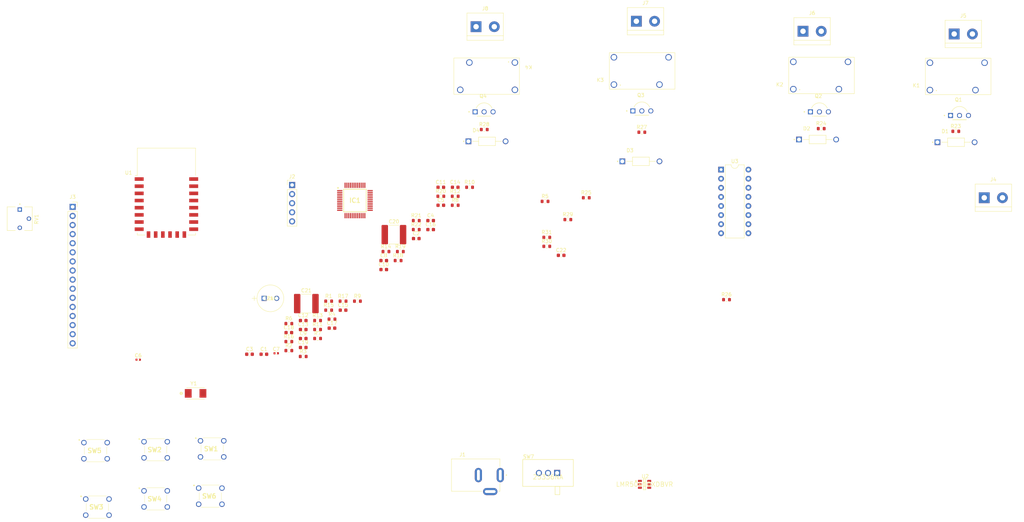
<source format=kicad_pcb>
(kicad_pcb (version 20211014) (generator pcbnew)
  (title_block (title "Sterownik systemu nawadniania") (date "11.2022") (rev "1.0") (company "Agnieszka Piórkowska, Miłosz Gajewski") (comment 1 "Projektowanie układów elektrycznych i elektronicznych") (comment 2 "Laboratoria"))
  (layers (0 "F.Cu" signal) (31 "B.Cu" signal) (34 "B.Paste" user) (35 "F.Paste" user) (36 "B.SilkS" user "B.Silkscreen") (37 "F.SilkS" user "F.Silkscreen") (38 "B.Mask" user) (39 "F.Mask" user) (44 "Edge.Cuts" user))
  (net 0 "")
  (net 1 "VDD")
  (net 2 "GND")
  (net 3 "/NRST")
  (net 4 "/Btn_1")
  (net 5 "/Btn_2")
  (net 6 "Net-(C6-Pad2)")
  (net 7 "Net-(C7-Pad2)")
  (net 8 "/Btn_3")
  (net 9 "/Btn_4")
  (net 10 "/Btn_5")
  (net 11 "/Btn_6")
  (net 12 "/ESP_NRST")
  (net 13 "+24V")
  (net 14 "Net-(C19-Pad1)")
  (net 15 "Net-(C19-Pad2)")
  (net 16 "/Rain_sensor")
  (net 17 "Net-(D1-PadA)")
  (net 18 "Net-(D2-PadA)")
  (net 19 "Net-(D3-PadA)")
  (net 20 "Net-(D4-PadA)")
  (net 24 "Net-(IC1-Pad6)")
  (net 27 "/USART1_Tx")
  (net 28 "/USART1_Rx")
  (net 29 "/DISP_RS")
  (net 30 "/DISP_RW")
  (net 31 "/DISP_E")
  (net 32 "/DISP_DB0")
  (net 33 "/DISP_DB1")
  (net 34 "/DISP_DB2")
  (net 35 "/DISP_DB3")
  (net 36 "/DISP_DB4")
  (net 37 "/DISP_DB5")
  (net 38 "/DISP_DB6")
  (net 39 "/SWDIO")
  (net 40 "/DISP_DB7")
  (net 42 "/SWCLK")
  (net 44 "/Valve_1")
  (net 45 "/Valve_2")
  (net 46 "/Valve_3")
  (net 47 "/Valve_4")
  (net 51 "Net-(J1-Pad1)")
  (net 52 "/DISP_Contrast")
  (net 53 "Net-(J3-Pad15)")
  (net 54 "Net-(J4-Pad1)")
  (net 55 "Net-(J5-Pad1)")
  (net 56 "Net-(J6-Pad1)")
  (net 57 "Net-(J7-Pad1)")
  (net 58 "Net-(J8-Pad1)")
  (net 59 "Net-(Q1-Pad1)")
  (net 60 "Net-(Q2-Pad1)")
  (net 61 "Net-(Q3-Pad1)")
  (net 62 "Net-(Q4-Pad1)")
  (net 63 "Net-(R1-Pad2)")
  (net 64 "Net-(R2-Pad2)")
  (net 65 "Net-(R5-Pad2)")
  (net 66 "Net-(R7-Pad2)")
  (net 67 "Net-(R10-Pad2)")
  (net 68 "Net-(R11-Pad2)")
  (net 69 "Net-(R12-Pad2)")
  (net 70 "Net-(R16-Pad2)")
  (net 71 "Net-(R17-Pad1)")
  (net 72 "Net-(R18-Pad1)")
  (net 73 "Net-(R19-Pad1)")
  (net 74 "Net-(R20-Pad2)")
  (net 75 "Net-(R23-Pad1)")
  (net 76 "Net-(R24-Pad1)")
  (net 77 "Net-(R27-Pad1)")
  (net 78 "Net-(R28-Pad1)")
  (net 79 "Net-(R29-Pad2)")
  (net 80 "Net-(R30-Pad2)")
  (net 81 "Net-(R31-Pad2)")
  (footprint "Capacitor_SMD:C_0603_1608Metric" (layer "F.Cu") (at 117.45 62.286)
    (fp_text reference "C18" (at 0 -1.43) (layer "F.SilkS"))
    (fp_text value "100nF")
    (pad "1" smd roundrect (at -0.775 0) (size 0.9 0.95) (layers "F.Cu" "F.Paste" "F.Mask") (net 13 "+24V"))
    (pad "2" smd roundrect (at 0.775 0) (size 0.9 0.95) (layers "F.Cu" "F.Paste" "F.Mask") (net 2 "GND"))
  )
  (footprint "Package_DIP:DIP-16_W7.62mm" (layer "F.Cu") (at 238.008 16.779)
    (fp_text reference "U3" (at 3.81 -2.33) (layer "F.SilkS"))
    (fp_text value "LTV-844")
    (pad "1" thru_hole rect (at 0 0) (size 1.6 1.6) (drill 0.8) (layers *.Cu *.Mask) (net 79 "Net-(R29-Pad2)"))
    (pad "2" thru_hole oval (at 0 2.54) (size 1.6 1.6) (drill 0.8) (layers *.Cu *.Mask) (net 2 "GND"))
    (pad "3" thru_hole oval (at 0 5.08) (size 1.6 1.6) (drill 0.8) (layers *.Cu *.Mask) (net 65 "Net-(R5-Pad2)"))
    (pad "4" thru_hole oval (at 0 7.62) (size 1.6 1.6) (drill 0.8) (layers *.Cu *.Mask) (net 2 "GND"))
    (pad "5" thru_hole oval (at 0 10.16) (size 1.6 1.6) (drill 0.8) (layers *.Cu *.Mask) (net 80 "Net-(R30-Pad2)"))
    (pad "6" thru_hole oval (at 0 12.7) (size 1.6 1.6) (drill 0.8) (layers *.Cu *.Mask) (net 2 "GND"))
    (pad "7" thru_hole oval (at 0 15.24) (size 1.6 1.6) (drill 0.8) (layers *.Cu *.Mask) (net 81 "Net-(R31-Pad2)"))
    (pad "8" thru_hole oval (at 0 17.78) (size 1.6 1.6) (drill 0.8) (layers *.Cu *.Mask) (net 2 "GND"))
    (pad "9" thru_hole oval (at 7.62 17.78) (size 1.6 1.6) (drill 0.8) (layers *.Cu *.Mask) (net 78 "Net-(R28-Pad1)"))
    (pad "10" thru_hole oval (at 7.62 15.24) (size 1.6 1.6) (drill 0.8) (layers *.Cu *.Mask) (net 1 "VDD"))
    (pad "11" thru_hole oval (at 7.62 12.7) (size 1.6 1.6) (drill 0.8) (layers *.Cu *.Mask) (net 77 "Net-(R27-Pad1)"))
    (pad "12" thru_hole oval (at 7.62 10.16) (size 1.6 1.6) (drill 0.8) (layers *.Cu *.Mask) (net 1 "VDD"))
    (pad "13" thru_hole oval (at 7.62 7.62) (size 1.6 1.6) (drill 0.8) (layers *.Cu *.Mask) (net 76 "Net-(R24-Pad1)"))
    (pad "14" thru_hole oval (at 7.62 5.08) (size 1.6 1.6) (drill 0.8) (layers *.Cu *.Mask) (net 1 "VDD"))
    (pad "15" thru_hole oval (at 7.62 2.54) (size 1.6 1.6) (drill 0.8) (layers *.Cu *.Mask) (net 75 "Net-(R23-Pad1)"))
    (pad "16" thru_hole oval (at 7.62 0) (size 1.6 1.6) (drill 0.8) (layers *.Cu *.Mask) (net 1 "VDD"))
  )
  (footprint "Capacitor_SMD:C_0603_1608Metric" (layer "F.Cu") (at 129.48 61.046)
    (fp_text reference "C17" (at 0 -1.43) (layer "F.SilkS"))
    (fp_text value "1uF")
    (pad "1" smd roundrect (at -0.775 0) (size 0.9 0.95) (layers "F.Cu" "F.Paste" "F.Mask") (net 13 "+24V"))
    (pad "2" smd roundrect (at 0.775 0) (size 0.9 0.95) (layers "F.Cu" "F.Paste" "F.Mask") (net 2 "GND"))
  )
  (footprint "Project_lic_footprints_AM:430156043736_AM" (layer "F.Cu") (at 60.804 108.748)
    (fp_text reference "SW3" (at 2.95 2.25) (layer "F.SilkS") (effects (font (size 1.27 1.27) (thickness 0.254))))
    (fp_text value "SW_SPST" hide)
    (pad "" thru_hole circle (at 0 4.5) (size 1.5 1.5) (drill 1) (layers *.Cu *.Mask))
    (pad "" thru_hole circle (at 6.5 0) (size 1.5 1.5) (drill 1) (layers *.Cu *.Mask))
    (pad "1" thru_hole circle (at 0 0) (size 1.5 1.5) (drill 1) (layers *.Cu *.Mask) (net 2 "GND"))
    (pad "2" thru_hole circle (at 6.5 4.5) (size 1.5 1.5) (drill 1) (layers *.Cu *.Mask) (net 66 "Net-(R7-Pad2)"))
  )
  (footprint "Capacitor_SMD:C_0603_1608Metric" (layer "F.Cu") (at 121.46 63.936)
    (fp_text reference "C9" (at 0 -1.43) (layer "F.SilkS"))
    (fp_text value "1uF")
    (pad "1" smd roundrect (at -0.775 0) (size 0.9 0.95) (layers "F.Cu" "F.Paste" "F.Mask") (net 1 "VDD"))
    (pad "2" smd roundrect (at 0.775 0) (size 0.9 0.95) (layers "F.Cu" "F.Paste" "F.Mask") (net 2 "GND"))
  )
  (footprint "Resistor_SMD:R_0603_1608Metric" (layer "F.Cu") (at 117.45 64.796)
    (fp_text reference "R16" (at 0 -1.43) (layer "F.SilkS"))
    (fp_text value "10k")
    (pad "1" smd roundrect (at -0.825 0) (size 0.8 0.95) (layers "F.Cu" "F.Paste" "F.Mask") (net 1 "VDD"))
    (pad "2" smd roundrect (at 0.825 0) (size 0.8 0.95) (layers "F.Cu" "F.Paste" "F.Mask") (net 70 "Net-(R16-Pad2)"))
  )
  (footprint "Project_lic_footprints_AM:430156043736_AM" (layer "F.Cu") (at 77.06 106.462)
    (fp_text reference "SW4" (at 2.95 2.25) (layer "F.SilkS") (effects (font (size 1.27 1.27) (thickness 0.254))))
    (fp_text value "SW_SPST" hide)
    (pad "" thru_hole circle (at 6.5 0) (size 1.5 1.5) (drill 1) (layers *.Cu *.Mask))
    (pad "" thru_hole circle (at 0 4.5) (size 1.5 1.5) (drill 1) (layers *.Cu *.Mask))
    (pad "1" thru_hole circle (at 0 0) (size 1.5 1.5) (drill 1) (layers *.Cu *.Mask) (net 2 "GND"))
    (pad "2" thru_hole circle (at 6.5 4.5) (size 1.5 1.5) (drill 1) (layers *.Cu *.Mask) (net 67 "Net-(R10-Pad2)"))
  )
  (footprint "Resistor_SMD:R_0603_1608Metric" (layer "F.Cu") (at 117.45 67.306)
    (fp_text reference "R2" (at 0 -1.43) (layer "F.SilkS"))
    (fp_text value "10k")
    (pad "1" smd roundrect (at -0.825 0) (size 0.8 0.95) (layers "F.Cu" "F.Paste" "F.Mask") (net 1 "VDD"))
    (pad "2" smd roundrect (at 0.825 0) (size 0.8 0.95) (layers "F.Cu" "F.Paste" "F.Mask") (net 64 "Net-(R2-Pad2)"))
  )
  (footprint "Capacitor_SMD:C_0402_1005Metric" (layer "F.Cu") (at 113.93 68.056)
    (fp_text reference "C7" (at 0 -1.16) (layer "F.SilkS"))
    (fp_text value "14pF")
    (pad "1" smd roundrect (at -0.48 0) (size 0.56 0.62) (layers "F.Cu" "F.Paste" "F.Mask") (net 2 "GND"))
    (pad "2" smd roundrect (at 0.48 0) (size 0.56 0.62) (layers "F.Cu" "F.Paste" "F.Mask") (net 7 "Net-(C7-Pad2)"))
  )
  (footprint "Capacitor_SMD:C_0603_1608Metric" (layer "F.Cu") (at 159.84 21.716)
    (fp_text reference "C11" (at 0 -1.43) (layer "F.SilkS"))
    (fp_text value "100nF")
    (pad "1" smd roundrect (at -0.775 0) (size 0.9 0.95) (layers "F.Cu" "F.Paste" "F.Mask") (net 9 "/Btn_4"))
    (pad "2" smd roundrect (at 0.775 0) (size 0.9 0.95) (layers "F.Cu" "F.Paste" "F.Mask") (net 2 "GND"))
  )
  (footprint "RF_Module:ESP-12E" (layer "F.Cu") (at 83.312 22.918)
    (fp_text reference "U1" (at -10.56 -5.26) (layer "F.SilkS"))
    (fp_text value "ESP-12E")
    (pad "1" smd rect (at -7.6 -3.5) (size 2.5 1) (layers "F.Cu" "F.Paste" "F.Mask") (net 12 "/ESP_NRST"))
    (pad "2" smd rect (at -7.6 -1.5) (size 2.5 1) (layers "F.Cu" "F.Paste" "F.Mask"))
    (pad "3" smd rect (at -7.6 0.5) (size 2.5 1) (layers "F.Cu" "F.Paste" "F.Mask") (net 70 "Net-(R16-Pad2)"))
    (pad "4" smd rect (at -7.6 2.5) (size 2.5 1) (layers "F.Cu" "F.Paste" "F.Mask"))
    (pad "5" smd rect (at -7.6 4.5) (size 2.5 1) (layers "F.Cu" "F.Paste" "F.Mask"))
    (pad "6" smd rect (at -7.6 6.5) (size 2.5 1) (layers "F.Cu" "F.Paste" "F.Mask"))
    (pad "7" smd rect (at -7.6 8.5) (size 2.5 1) (layers "F.Cu" "F.Paste" "F.Mask"))
    (pad "8" smd rect (at -7.6 10.5) (size 2.5 1) (layers "F.Cu" "F.Paste" "F.Mask") (net 1 "VDD"))
    (pad "9" smd rect (at -5 12) (size 1 1.8) (layers "F.Cu" "F.Paste" "F.Mask"))
    (pad "10" smd rect (at -3 12) (size 1 1.8) (layers "F.Cu" "F.Paste" "F.Mask"))
    (pad "11" smd rect (at -1 12) (size 1 1.8) (layers "F.Cu" "F.Paste" "F.Mask"))
    (pad "12" smd rect (at 1 12) (size 1 1.8) (layers "F.Cu" "F.Paste" "F.Mask"))
    (pad "13" smd rect (at 3 12) (size 1 1.8) (layers "F.Cu" "F.Paste" "F.Mask"))
    (pad "14" smd rect (at 5 12) (size 1 1.8) (layers "F.Cu" "F.Paste" "F.Mask"))
    (pad "15" smd rect (at 7.6 10.5) (size 2.5 1) (layers "F.Cu" "F.Paste" "F.Mask") (net 2 "GND"))
    (pad "16" smd rect (at 7.6 8.5) (size 2.5 1) (layers "F.Cu" "F.Paste" "F.Mask") (net 72 "Net-(R18-Pad1)"))
    (pad "17" smd rect (at 7.6 6.5) (size 2.5 1) (layers "F.Cu" "F.Paste" "F.Mask") (net 73 "Net-(R19-Pad1)"))
    (pad "18" smd rect (at 7.6 4.5) (size 2.5 1) (layers "F.Cu" "F.Paste" "F.Mask") (net 71 "Net-(R17-Pad1)"))
    (pad "19" smd rect (at 7.6 2.5) (size 2.5 1) (layers "F.Cu" "F.Paste" "F.Mask"))
    (pad "20" smd rect (at 7.6 0.5) (size 2.5 1) (layers "F.Cu" "F.Paste" "F.Mask"))
    (pad "21" smd rect (at 7.6 -1.5) (size 2.5 1) (layers "F.Cu" "F.Paste" "F.Mask") (net 27 "/USART1_Tx"))
    (pad "22" smd rect (at 7.6 -3.5) (size 2.5 1) (layers "F.Cu" "F.Paste" "F.Mask") (net 28 "/USART1_Rx"))
  )
  (footprint "Resistor_SMD:R_0603_1608Metric" (layer "F.Cu") (at 129.48 58.536)
    (fp_text reference "R4" (at 0 -1.43) (layer "F.SilkS"))
    (fp_text value "1k")
    (pad "1" smd roundrect (at -0.825 0) (size 0.8 0.95) (layers "F.Cu" "F.Paste" "F.Mask") (net 5 "/Btn_2"))
    (pad "2" smd roundrect (at 0.825 0) (size 0.8 0.95) (layers "F.Cu" "F.Paste" "F.Mask") (net 64 "Net-(R2-Pad2)"))
  )
  (footprint "1N4007G:DIOAD1036W78L470D235" (layer "F.Cu") (at 172.72 8.89)
    (fp_text reference "D4" (at -3.05 -3.06) (layer "F.SilkS"))
    (fp_text value "1N4007G")
    (pad "A" thru_hole circle locked (at 5.18 0) (size 1.59 1.59) (drill 1.06) (layers *.Cu *.Mask) (net 20 "Net-(D4-PadA)"))
    (pad "C" thru_hole rect locked (at -5.18 0) (size 1.59 1.59) (drill 1.06) (layers *.Cu *.Mask) (net 1 "VDD"))
  )
  (footprint "TerminalBlock:TerminalBlock_bornier-2_P5.08mm" (layer "F.Cu") (at 169.672 -23.114)
    (fp_text reference "J8" (at 2.54 -5.08) (layer "F.SilkS"))
    (fp_text value "Screw_Terminal_01x02")
    (pad "1" thru_hole rect (at 0 0) (size 3 3) (drill 1.52) (layers *.Cu *.Mask) (net 58 "Net-(J8-Pad1)"))
    (pad "2" thru_hole circle (at 5.08 0) (size 3 3) (drill 1.52) (layers *.Cu *.Mask) (net 2 "GND"))
  )
  (footprint "eec:TO92250P510H770-3" (layer "F.Cu") (at 171.9125 0)
    (fp_text reference "Q4" (at -0.275 -3.735) (layer "F.SilkS"))
    (fp_text value "ZTX450")
    (pad "1" thru_hole rect locked (at -2.5 0.655) (size 1.4 1.4) (drill 0.93) (layers *.Cu *.Mask) (net 62 "Net-(Q4-Pad1)"))
    (pad "2" thru_hole circle locked (at 0 0.655) (size 1.4 1.4) (drill 0.93) (layers *.Cu *.Mask) (net 20 "Net-(D4-PadA)"))
    (pad "3" thru_hole circle locked (at 2.5 0.655) (size 1.4 1.4) (drill 0.93) (layers *.Cu *.Mask) (net 2 "GND"))
  )
  (footprint "Resistor_SMD:R_0603_1608Metric" (layer "F.Cu") (at 144.54 39.666)
    (fp_text reference "R14" (at 0 -1.43) (layer "F.SilkS"))
    (fp_text value "1k")
    (pad "1" smd roundrect (at -0.825 0) (size 0.8 0.95) (layers "F.Cu" "F.Paste" "F.Mask") (net 11 "/Btn_6"))
    (pad "2" smd roundrect (at 0.825 0) (size 0.8 0.95) (layers "F.Cu" "F.Paste" "F.Mask") (net 69 "Net-(R12-Pad2)"))
  )
  (footprint "3362P-1-103LF:TRIM_3362P-1-103LF" (layer "F.Cu") (at 42.418 30.48 -90)
    (fp_text reference "RV1" (at 0.17547 -4.64779 90) (layer "F.SilkS") (effects (font (size 1.002756 1.002756))))
    (fp_text value "10k")
    (pad "1" thru_hole rect locked (at -2.54 0 270) (size 1.222 1.222) (drill 0.714) (layers *.Cu *.Mask) (net 1 "VDD"))
    (pad "2" thru_hole circle locked (at 0 -2.54 270) (size 1.222 1.222) (drill 0.714) (layers *.Cu *.Mask) (net 52 "/DISP_Contrast"))
    (pad "3" thru_hole circle locked (at 2.54 0 270) (size 1.222 1.222) (drill 0.714) (layers *.Cu *.Mask) (net 2 "GND"))
  )
  (footprint "Capacitor_SMD:C_0603_1608Metric" (layer "F.Cu") (at 121.46 58.916)
    (fp_text reference "C12" (at 0 -1.43) (layer "F.SilkS"))
    (fp_text value "100nF")
    (pad "1" smd roundrect (at -0.775 0) (size 0.9 0.95) (layers "F.Cu" "F.Paste" "F.Mask") (net 10 "/Btn_5"))
    (pad "2" smd roundrect (at 0.775 0) (size 0.9 0.95) (layers "F.Cu" "F.Paste" "F.Mask") (net 2 "GND"))
  )
  (footprint "Resistor_SMD:R_0603_1608Metric" (layer "F.Cu") (at 121.46 68.956)
    (fp_text reference "R3" (at 0 -1.43) (layer "F.SilkS"))
    (fp_text value "1k")
    (pad "1" smd roundrect (at -0.825 0) (size 0.8 0.95) (layers "F.Cu" "F.Paste" "F.Mask") (net 4 "/Btn_1"))
    (pad "2" smd roundrect (at 0.825 0) (size 0.8 0.95) (layers "F.Cu" "F.Paste" "F.Mask") (net 63 "Net-(R1-Pad2)"))
  )
  (footprint "Resistor_SMD:R_0603_1608Metric" (layer "F.Cu") (at 148.55 39.666)
    (fp_text reference "R19" (at 0 -1.43) (layer "F.SilkS"))
    (fp_text value "10k")
    (pad "1" smd roundrect (at -0.825 0) (size 0.8 0.95) (layers "F.Cu" "F.Paste" "F.Mask") (net 73 "Net-(R19-Pad1)"))
    (pad "2" smd roundrect (at 0.825 0) (size 0.8 0.95) (layers "F.Cu" "F.Paste" "F.Mask") (net 1 "VDD"))
  )
  (footprint "Resistor_SMD:R_0603_1608Metric" (layer "F.Cu") (at 128.56 56.026)
    (fp_text reference "R15" (at 0 -1.43) (layer "F.SilkS"))
    (fp_text value "10k")
    (pad "1" smd roundrect (at -0.825 0) (size 0.8 0.95) (layers "F.Cu" "F.Paste" "F.Mask") (net 1 "VDD"))
    (pad "2" smd roundrect (at 0.825 0) (size 0.8 0.95) (layers "F.Cu" "F.Paste" "F.Mask") (net 12 "/ESP_NRST"))
  )
  (footprint "eec3:Apem_Inc.-25336NA-MFG" (layer "F.Cu") (at 189.738 102.616)
    (fp_text reference "SW7" (at -7.05 -5.7) (layer "F.SilkS") (effects (justify left)))
    (fp_text value "25336NA" (at 0 0) (layer "F.SilkS") (effects (font (size 1.27 1.27))))
    (pad "1" thru_hole rect locked (at 2.54 -1.15) (size 1.7 1.7) (drill 1.1) (layers *.Cu) (net 13 "+24V"))
    (pad "2" thru_hole circle locked (at -2.54 -1.15) (size 1.7 1.7) (drill 1.1) (layers *.Cu))
    (pad "3" thru_hole circle locked (at 0 -1.15) (size 1.7 1.7) (drill 1.1) (layers *.Cu) (net 51 "Net-(J1-Pad1)"))
  )
  (footprint "1N4007G:DIOAD1036W78L470D235" (layer "F.Cu") (at 264.922 8.382)
    (fp_text reference "D2" (at -3.05 -3.06) (layer "F.SilkS"))
    (fp_text value "1N4007G")
    (pad "A" thru_hole circle locked (at 5.18 0) (size 1.59 1.59) (drill 1.06) (layers *.Cu *.Mask) (net 18 "Net-(D2-PadA)"))
    (pad "C" thru_hole rect locked (at -5.18 0) (size 1.59 1.59) (drill 1.06) (layers *.Cu *.Mask) (net 1 "VDD"))
  )
  (footprint "Resistor_SMD:R_0603_1608Metric" (layer "F.Cu") (at 132.57 53.516)
    (fp_text reference "R17" (at 0 -1.43) (layer "F.SilkS"))
    (fp_text value "10k")
    (pad "1" smd roundrect (at -0.825 0) (size 0.8 0.95) (layers "F.Cu" "F.Paste" "F.Mask") (net 71 "Net-(R17-Pad1)"))
    (pad "2" smd roundrect (at 0.825 0) (size 0.8 0.95) (layers "F.Cu" "F.Paste" "F.Mask") (net 1 "VDD"))
  )
  (footprint "Resistor_SMD:R_0603_1608Metric" (layer "F.Cu") (at 117.45 59.776)
    (fp_text reference "R6" (at 0 -1.43) (layer "F.SilkS"))
    (fp_text value "1.5k")
    (pad "1" smd roundrect (at -0.825 0) (size 0.8 0.95) (layers "F.Cu" "F.Paste" "F.Mask") (net 7 "Net-(C7-Pad2)"))
    (pad "2" smd roundrect (at 0.825 0) (size 0.8 0.95) (layers "F.Cu" "F.Paste" "F.Mask") (net 24 "Net-(IC1-Pad6)"))
  )
  (footprint "Resistor_SMD:R_0603_1608Metric" (layer "F.Cu") (at 189.39 38.206)
    (fp_text reference "R30" (at 0 -1.43) (layer "F.SilkS"))
    (fp_text value "220")
    (pad "1" smd roundrect (at -0.825 0) (size 0.8 0.95) (layers "F.Cu" "F.Paste" "F.Mask") (net 45 "/Valve_2"))
    (pad "2" smd roundrect (at 0.825 0) (size 0.8 0.95) (layers "F.Cu" "F.Paste" "F.Mask") (net 80 "Net-(R30-Pad2)"))
  )
  (footprint "Project_lic_footprints_AM:OJ_OJE" (layer "F.Cu") (at 181.769 -14.383 180)
    (fp_text reference "K4" (at -2.54 -2.54 180 unlocked) (layer "F.SilkS"))
    (fp_text value "1461103-1")
    (fp_text user "." (at 3.048 -1.524 180 unlocked) (layer "F.SilkS") (effects (font (size 1 1.2))))
    (pad "1" thru_hole circle (at 1.27 -1.27 180) (size 1.8 1.8) (drill 1.3) (layers *.Cu *.Mask) (net 20 "Net-(D4-PadA)"))
    (pad "2" thru_hole circle (at 1.27 -8.89 180) (size 1.8 1.8) (drill 1.3) (layers *.Cu *.Mask) (net 1 "VDD"))
    (pad "3" thru_hole circle (at 13.97 -1.27 180) (size 1.8 1.8) (drill 1.3) (layers *.Cu *.Mask) (net 13 "+24V"))
    (pad "4" thru_hole circle (at 16.51 -8.89 180) (size 1.8 1.8) (drill 1.3) (layers *.Cu *.Mask) (net 58 "Net-(J8-Pad1)"))
  )
  (footprint "Resistor_SMD:R_0603_1608Metric" (layer "F.Cu") (at 147.93 42.176)
    (fp_text reference "R18" (at 0 -1.43) (layer "F.SilkS"))
    (fp_text value "10k")
    (pad "1" smd roundrect (at -0.825 0) (size 0.8 0.95) (layers "F.Cu" "F.Paste" "F.Mask") (net 72 "Net-(R18-Pad1)"))
    (pad "2" smd roundrect (at 0.825 0) (size 0.8 0.95) (layers "F.Cu" "F.Paste" "F.Mask") (net 2 "GND"))
  )
  (footprint "Resistor_SMD:R_0603_1608Metric" (layer "F.Cu") (at 125.47 63.936)
    (fp_text reference "R7" (at 0 -1.43) (layer "F.SilkS"))
    (fp_text value "10k")
    (pad "1" smd roundrect (at -0.825 0) (size 0.8 0.95) (layers "F.Cu" "F.Paste" "F.Mask") (net 1 "VDD"))
    (pad "2" smd roundrect (at 0.825 0) (size 0.8 0.95) (layers "F.Cu" "F.Paste" "F.Mask") (net 66 "Net-(R7-Pad2)"))
  )
  (footprint "Capacitor_SMD:C_0603_1608Metric" (layer "F.Cu") (at 159.84 26.736)
    (fp_text reference "C5" (at 0 -1.43) (layer "F.SilkS"))
    (fp_text value "100nF")
    (pad "1" smd roundrect (at -0.775 0) (size 0.9 0.95) (layers "F.Cu" "F.Paste" "F.Mask") (net 5 "/Btn_2"))
    (pad "2" smd roundrect (at 0.775 0) (size 0.9 0.95) (layers "F.Cu" "F.Paste" "F.Mask") (net 2 "GND"))
  )
  (footprint "Resistor_SMD:R_0603_1608Metric" (layer "F.Cu") (at 125.47 58.916)
    (fp_text reference "R13" (at 0 -1.43) (layer "F.SilkS"))
    (fp_text value "1k")
    (pad "1" smd roundrect (at -0.825 0) (size 0.8 0.95) (layers "F.Cu" "F.Paste" "F.Mask") (net 10 "/Btn_5"))
    (pad "2" smd roundrect (at 0.825 0) (size 0.8 0.95) (layers "F.Cu" "F.Paste" "F.Mask") (net 68 "Net-(R11-Pad2)"))
  )
  (footprint "Capacitor_SMD:C_2220_5650Metric" (layer "F.Cu") (at 146.76 34.936)
    (fp_text reference "C20" (at 0 -3.65) (layer "F.SilkS"))
    (fp_text value "22uF")
    (pad "1" smd roundrect (at -2.55 0) (size 1.8 5.4) (layers "F.Cu" "F.Paste" "F.Mask") (roundrect_rratio 0.138889) (net 1 "VDD"))
    (pad "2" smd roundrect (at 2.55 0) (size 1.8 5.4) (layers "F.Cu" "F.Paste" "F.Mask") (roundrect_rratio 0.138889) (net 2 "GND"))
  )
  (footprint "Resistor_SMD:R_0603_1608Metric" (layer "F.Cu") (at 265.938 5.334)
    (fp_text reference "R24" (at 0 -1.43) (layer "F.SilkS"))
    (fp_text value "220")
    (pad "1" smd roundrect (at -0.825 0) (size 0.8 0.95) (layers "F.Cu" "F.Paste" "F.Mask") (net 76 "Net-(R24-Pad1)"))
    (pad "2" smd roundrect (at 0.825 0) (size 0.8 0.95) (layers "F.Cu" "F.Paste" "F.Mask") (net 60 "Net-(Q2-Pad1)"))
  )
  (footprint "Capacitor_SMD:C_0603_1608Metric" (layer "F.Cu") (at 193.4 40.716)
    (fp_text reference "C22" (at 0 -1.43) (layer "F.SilkS"))
    (fp_text value "100nF")
    (pad "1" smd roundrect (at -0.775 0) (size 0.9 0.95) (layers "F.Cu" "F.Paste" "F.Mask") (net 16 "/Rain_sensor"))
    (pad "2" smd roundrect (at 0.775 0) (size 0.9 0.95) (layers "F.Cu" "F.Paste" "F.Mask") (net 2 "GND"))
  )
  (footprint "Capacitor_SMD:C_0603_1608Metric" (layer "F.Cu") (at 132.57 56.026)
    (fp_text reference "C15" (at 0 -1.43) (layer "F.SilkS"))
    (fp_text value "100nF")
    (pad "1" smd roundrect (at -0.775 0) (size 0.9 0.95) (layers "F.Cu" "F.Paste" "F.Mask") (net 12 "/ESP_NRST"))
    (pad "2" smd roundrect (at 0.775 0) (size 0.9 0.95) (layers "F.Cu" "F.Paste" "F.Mask") (net 2 "GND"))
  )
  (footprint "Project_lic_footprints_AM:OJ_OJE" (layer "F.Cu") (at 256.889 -4.413)
    (fp_text reference "K2" (at -2.54 -2.54 unlocked) (layer "F.SilkS"))
    (fp_text value "1461103-1")
    (fp_text user "." (at 3.048 -1.524 unlocked) (layer "F.SilkS") (effects (font (size 1 1.2))))
    (pad "1" thru_hole circle (at 1.27 -1.27) (size 1.8 1.8) (drill 1.3) (layers *.Cu *.Mask) (net 18 "Net-(D2-PadA)"))
    (pad "2" thru_hole circle (at 1.27 -8.89) (size 1.8 1.8) (drill 1.3) (layers *.Cu *.Mask) (net 1 "VDD"))
    (pad "3" thru_hole circle (at 13.97 -1.27) (size 1.8 1.8) (drill 1.3) (layers *.Cu *.Mask) (net 13 "+24V"))
    (pad "4" thru_hole circle (at 16.51 -8.89) (size 1.8 1.8) (drill 1.3) (layers *.Cu *.Mask) (net 56 "Net-(J6-Pad1)"))
  )
  (footprint "Project_lic_footprints_AM:430156043736_AM" (layer "F.Cu") (at 92.3 105.7)
    (fp_text reference "SW6" (at 2.95 2.25) (layer "F.SilkS") (effects (font (size 1.27 1.27) (thickness 0.254))))
    (fp_text value "SW_SPST" hide)
    (pad "" thru_hole circle (at 0 4.5) (size 1.5 1.5) (drill 1) (layers *.Cu *.Mask))
    (pad "" thru_hole circle (at 6.5 0) (size 1.5 1.5) (drill 1) (layers *.Cu *.Mask))
    (pad "1" thru_hole circle (at 0 0) (size 1.5 1.5) (drill 1) (layers *.Cu *.Mask) (net 2 "GND"))
    (pad "2" thru_hole circle (at 6.5 4.5) (size 1.5 1.5) (drill 1) (layers *.Cu *.Mask) (net 69 "Net-(R12-Pad2)"))
  )
  (footprint "Connector_PinHeader_2.54mm:PinHeader_1x05_P2.54mm_Vertical" (layer "F.Cu") (at 118.364 21.082)
    (fp_text reference "J2" (at 0 -2.33) (layer "F.SilkS"))
    (fp_text value "Conn_01x05_Male")
    (pad "1" thru_hole rect (at 0 0) (size 1.7 1.7) (drill 1) (layers *.Cu *.Mask) (net 3 "/NRST"))
    (pad "2" thru_hole oval (at 0 2.54) (size 1.7 1.7) (drill 1) (layers *.Cu *.Mask) (net 42 "/SWCLK"))
    (pad "3" thru_hole oval (at 0 5.08) (size 1.7 1.7) (drill 1) (layers *.Cu *.Mask) (net 39 "/SWDIO"))
    (pad "4" thru_hole oval (at 0 7.62) (size 1.7 1.7) (drill 1) (layers *.Cu *.Mask) (net 2 "GND"))
    (pad "5" thru_hole oval (at 0 10.16) (size 1.7 1.7) (drill 1) (layers *.Cu *.Mask) (net 1 "VDD"))
  )
  (footprint "Capacitor_SMD:C_2220_5650Metric" (layer "F.Cu") (at 122.33 54.186)
    (fp_text reference "C21" (at 0 -3.65) (layer "F.SilkS"))
    (fp_text value "22uF")
    (pad "1" smd roundrect (at -2.55 0) (size 1.8 5.4) (layers "F.Cu" "F.Paste" "F.Mask") (roundrect_rratio 0.138889) (net 1 "VDD"))
    (pad "2" smd roundrect (at 2.55 0) (size 1.8 5.4) (layers "F.Cu" "F.Paste" "F.Mask") (roundrect_rratio 0.138889) (net 2 "GND"))
  )
  (footprint "Project_lic_footprints_AM:OJ_OJE" (layer "F.Cu") (at 206.851 -5.683)
    (fp_text reference "K3" (at -2.54 -2.54 unlocked) (layer "F.SilkS"))
    (fp_text value "1461103-1")
    (fp_text user "." (at 3.048 -1.524 unlocked) (layer "F.SilkS") (effects (font (size 1 1.2))))
    (pad "1" thru_hole circle (at 1.27 -1.27) (size 1.8 1.8) (drill 1.3) (layers *.Cu *.Mask) (net 19 "Net-(D3-PadA)"))
    (pad "2" thru_hole circle (at 1.27 -8.89) (size 1.8 1.8) (drill 1.3) (layers *.Cu *.Mask) (net 1 "VDD"))
    (pad "3" thru_hole circle (at 13.97 -1.27) (size 1.8 1.8) (drill 1.3) (layers *.Cu *.Mask) (net 13 "+24V"))
    (pad "4" thru_hole circle (at 16.51 -8.89) (size 1.8 1.8) (drill 1.3) (layers *.Cu *.Mask) (net 57 "Net-(J7-Pad1)"))
  )
  (footprint "1N4007G:DIOAD1036W78L470D235" (layer "F.Cu") (at 215.646 14.478)
    (fp_text reference "D3" (at -3.05 -3.06) (layer "F.SilkS"))
    (fp_text value "1N4007G")
    (pad "A" thru_hole circle locked (at 5.18 0) (size 1.59 1.59) (drill 1.06) (layers *.Cu *.Mask) (net 19 "Net-(D3-PadA)"))
    (pad "C" thru_hole rect locked (at -5.18 0) (size 1.59 1.59) (drill 1.06) (layers *.Cu *.Mask) (net 1 "VDD"))
  )
  (footprint "Capacitor_SMD:C_0402_1005Metric" (layer "F.Cu") (at 75.438 69.85)
    (fp_text reference "C6" (at 0 -1.16) (layer "F.SilkS"))
    (fp_text value "14pF")
    (pad "1" smd roundrect (at -0.48 0) (size 0.56 0.62) (layers "F.Cu" "F.Paste" "F.Mask") (net 2 "GND"))
    (pad "2" smd roundrect (at 0.48 0) (size 0.56 0.62) (layers "F.Cu" "F.Paste" "F.Mask") (net 6 "Net-(C6-Pad2)"))
  )
  (footprint "eec2:Texas_Instruments-DBV0006A-0-0-MFG" (layer "F.Cu") (at 216.662 104.648)
    (fp_text reference "U2" (at -0.925 -2.25) (layer "F.SilkS") (effects (justify left)))
    (fp_text value "LMR50410XDBVR" (at 0 0) (layer "F.SilkS") (effects (font (size 1.27 1.27))))
    (pad "1" smd roundrect locked (at -1.3 -0.95) (size 1.1 0.6) (layers "F.Cu" "F.Paste" "F.Mask") (roundrect_rratio 0.1666666667) (net 14 "Net-(C19-Pad1)"))
    (pad "2" smd roundrect locked (at -1.3 0) (size 1.1 0.6) (layers "F.Cu" "F.Paste" "F.Mask") (roundrect_rratio 0.1666666667) (net 2 "GND"))
    (pad "3" smd roundrect locked (at -1.3 0.95) (size 1.1 0.6) (layers "F.Cu" "F.Paste" "F.Mask") (roundrect_rratio 0.1666666667) (net 74 "Net-(R20-Pad2)"))
    (pad "4" smd roundrect locked (at 1.3 0.95) (size 1.1 0.6) (layers "F.Cu" "F.Paste" "F.Mask") (roundrect_rratio 0.1666666667) (net 13 "+24V"))
    (pad "5" smd roundrect locked (at 1.3 0) (size 1.1 0.6) (layers "F.Cu" "F.Paste" "F.Mask") (roundrect_rratio 0.1666666667) (net 13 "+24V"))
    (pad "6" smd roundrect locked (at 1.3 -0.95) (size 1.1 0.6) (layers "F.Cu" "F.Paste" "F.Mask") (roundrect_rratio 0.1666666667) (net 15 "Net-(C19-Pad2)"))
  )
  (footprint "1N4007G:DIOAD1036W78L470D235" (layer "F.Cu") (at 303.53 9.144)
    (fp_text reference "D1" (at -3.05 -3.06) (layer "F.SilkS"))
    (fp_text value "1N4007G")
    (pad "A" thru_hole circle locked (at 5.18 0) (size 1.59 1.59) (drill 1.06) (layers *.Cu *.Mask) (net 17 "Net-(D1-PadA)"))
    (pad "C" thru_hole rect locked (at -5.18 0) (size 1.59 1.59) (drill 1.06) (layers *.Cu *.Mask) (net 1 "VDD"))
  )
  (footprint "Resistor_SMD:R_0603_1608Metric" (layer "F.Cu") (at 125.47 61.426)
    (fp_text reference "R11" (at 0 -1.43) (layer "F.SilkS"))
    (fp_text value "10k")
    (pad "1" smd roundrect (at -0.825 0) (size 0.8 0.95) (layers "F.Cu" "F.Paste" "F.Mask") (net 1 "VDD"))
    (pad "2" smd roundrect (at 0.825 0) (size 0.8 0.95) (layers "F.Cu" "F.Paste" "F.Mask") (net 68 "Net-(R11-Pad2)"))
  )
  (footprint "Project_lic_footprints_AM:430156043736_AM" (layer "F.Cu") (at 77.06 92.746)
    (fp_text reference "SW2" (at 2.95 2.25) (layer "F.SilkS") (effects (font (size 1.27 1.27) (thickness 0.254))))
    (fp_text value "SW_SPST" hide)
    (pad "" thru_hole circle (at 6.5 0) (size 1.5 1.5) (drill 1) (layers *.Cu *.Mask))
    (pad "" thru_hole circle (at 0 4.5) (size 1.5 1.5) (drill 1) (layers *.Cu *.Mask))
    (pad "1" thru_hole circle (at 0 0) (size 1.5 1.5) (drill 1) (layers *.Cu *.Mask) (net 2 "GND"))
    (pad "2" thru_hole circle (at 6.5 4.5) (size 1.5 1.5) (drill 1) (layers *.Cu *.Mask) (net 64 "Net-(R2-Pad2)"))
  )
  (footprint "Capacitor_SMD:C_0603_1608Metric" (layer "F.Cu") (at 157 31.016)
    (fp_text reference "C4" (at 0 -1.43) (layer "F.SilkS"))
    (fp_text value "100nF")
    (pad "1" smd roundrect (at -0.775 0) (size 0.9 0.95) (layers "F.Cu" "F.Paste" "F.Mask") (net 4 "/Btn_1"))
    (pad "2" smd roundrect (at 0.775 0) (size 0.9 0.95) (layers "F.Cu" "F.Paste" "F.Mask") (net 2 "GND"))
  )
  (footprint "Capacitor_SMD:C_0603_1608Metric" (layer "F.Cu") (at 152.99 36.036)
    (fp_text reference "C2" (at 0 -1.43) (layer "F.SilkS"))
    (fp_text value "1uF")
    (pad "1" smd roundrect (at -0.775 0) (size 0.9 0.95) (layers "F.Cu" "F.Paste" "F.Mask") (net 3 "/NRST"))
    (pad "2" smd roundrect (at 0.775 0) (size 0.9 0.95) (layers "F.Cu" "F.Paste" "F.Mask") (net 2 "GND"))
  )
  (footprint "Resistor_SMD:R_0603_1608Metric" (layer "F.Cu") (at 163.85 26.736)
    (fp_text reference "R8" (at 0 -1.43) (layer "F.SilkS"))
    (fp_text value "10k")
    (pad "1" smd roundrect (at -0.825 0) (size 0.8 0.95) (layers "F.Cu" "F.Paste" "F.Mask") (net 1 "VDD"))
    (pad "2" smd roundrect (at 0.825 0) (size 0.8 0.95) (layers "F.Cu" "F.Paste" "F.Mask") (net 67 "Net-(R10-Pad2)"))
  )
  (footprint "Capacitor_SMD:C_0603_1608Metric" (layer "F.Cu") (at 143.92 44.686)
    (fp_text reference "C10" (at 0 -1.43) (layer "F.SilkS"))
    (fp_text value "100nF")
    (pad "1" smd roundrect (at -0.775 0) (size 0.9 0.95) (layers "F.Cu" "F.Paste" "F.Mask") (net 8 "/Btn_3"))
    (pad "2" smd roundrect (at 0.775 0) (size 0.9 0.95) (layers "F.Cu" "F.Paste" "F.Mask") (net 2 "GND"))
  )
  (footprint "Resistor_SMD:R_0603_1608Metric" (layer "F.Cu") (at 163.85 24.226)
    (fp_text reference "R12" (at 0 -1.43) (layer "F.SilkS"))
    (fp_text value "10k")
    (pad "1" smd roundrect (at -0.825 0) (size 0.8 0.95) (layers "F.Cu" "F.Paste" "F.Mask") (net 1 "VDD"))
    (pad "2" smd roundrect (at 0.825 0) (size 0.8 0.95) (layers "F.Cu" "F.Paste" "F.Mask") (net 69 "Net-(R12-Pad2)"))
  )
  (footprint "Connector_PinSocket_2.54mm:PinSocket_1x16_P2.54mm_Vertical" (layer "F.Cu") (at 57.15 27.178)
    (fp_text reference "J3" (at 0 -2.77) (layer "F.SilkS"))
    (fp_text value "Conn_01x16_Female")
    (pad "1" thru_hole rect (at 0 0) (size 1.7 1.7) (drill 1) (layers *.Cu *.Mask) (net 2 "GND"))
    (pad "2" thru_hole oval (at 0 2.54) (size 1.7 1.7) (drill 1) (layers *.Cu *.Mask) (net 1 "VDD"))
    (pad "3" thru_hole oval (at 0 5.08) (size 1.7 1.7) (drill 1) (layers *.Cu *.Mask) (net 52 "/DISP_Contrast"))
    (pad "4" thru_hole oval (at 0 7.62) (size 1.7 1.7) (drill 1) (layers *.Cu *.Mask) (net 29 "/DISP_RS"))
    (pad "5" thru_hole oval (at 0 10.16) (size 1.7 1.7) (drill 1) (layers *.Cu *.Mask) (net 30 "/DISP_RW"))
    (pad "6" thru_hole oval (at 0 12.7) (size 1.7 1.7) (drill 1) (layers *.Cu *.Mask) (net 31 "/DISP_E"))
    (pad "7" thru_hole oval (at 0 15.24) (size 1.7 1.7) (drill 1) (layers *.Cu *.Mask) (net 32 "/DISP_DB0"))
    (pad "8" thru_hole oval (at 0 17.78) (size 1.7 1.7) (drill 1) (layers *.Cu *.Mask) (net 33 "/DISP_DB1"))
    (pad "9" thru_hole oval (at 0 20.32) (size 1.7 1.7) (drill 1) (layers *.Cu *.Mask) (net 34 "/DISP_DB2"))
    (pad "10" thru_hole oval (at 0 22.86) (size 1.7 1.7) (drill 1) (layers *.Cu *.Mask) (net 35 "/DISP_DB3"))
    (pad "11" thru_hole oval (at 0 25.4) (size 1.7 1.7) (drill 1) (layers *.Cu *.Mask) (net 36 "/DISP_DB4"))
    (pad "12" thru_hole oval (at 0 27.94) (size 1.7 1.7) (drill 1) (layers *.Cu *.Mask) (net 37 "/DISP_DB5"))
    (pad "13" thru_hole oval (at 0 30.48) (size 1.7 1.7) (drill 1) (layers *.Cu *.Mask) (net 38 "/DISP_DB6"))
    (pad "14" thru_hole oval (at 0 33.02) (size 1.7 1.7) (drill 1) (layers *.Cu *.Mask) (net 40 "/DISP_DB7"))
    (pad "15" thru_hole oval (at 0 35.56) (size 1.7 1.7) (drill 1) (layers *.Cu *.Mask) (net 53 "Net-(J3-Pad15)"))
    (pad "16" thru_hole oval (at 0 38.1) (size 1.7 1.7) (drill 1) (layers *.Cu *.Mask) (net 2 "GND"))
  )
  (footprint "Resistor_SMD:R_0603_1608Metric" (layer "F.Cu") (at 189.39 35.696)
    (fp_text reference "R31" (at 0 -1.43) (layer "F.SilkS"))
    (fp_text value "220")
    (pad "1" smd roundrect (at -0.825 0) (size 0.8 0.95) (layers "F.Cu" "F.Paste" "F.Mask") (net 47 "/Valve_4"))
    (pad "2" smd roundrect (at 0.825 0) (size 0.8 0.95) (layers "F.Cu" "F.Paste" "F.Mask") (net 81 "Net-(R31-Pad2)"))
  )
  (footprint "Resistor_SMD:R_0603_1608Metric" (layer "F.Cu") (at 195.263 30.734)
    (fp_text reference "R29" (at 0 -1.43) (layer "F.SilkS"))
    (fp_text value "220")
    (pad "1" smd roundrect (at -0.825 0) (size 0.8 0.95) (layers "F.Cu" "F.Paste" "F.Mask") (net 44 "/Valve_1"))
    (pad "2" smd roundrect (at 0.825 0) (size 0.8 0.95) (layers "F.Cu" "F.Paste" "F.Mask") (net 79 "Net-(R29-Pad2)"))
  )
  (footprint "Project_lic_footprints_AM:430156043736_AM" (layer "F.Cu") (at 60.296 93)
    (fp_text reference "SW5" (at 2.95 2.25) (layer "F.SilkS") (effects (font (size 1.27 1.27) (thickness 0.254))))
    (fp_text value "SW_SPST" hide)
    (pad "" thru_hole circle (at 6.5 0) (size 1.5 1.5) (drill 1) (layers *.Cu *.Mask))
    (pad "" thru_hole circle (at 0 4.5) (size 1.5 1.5) (drill 1) (layers *.Cu *.Mask))
    (pad "1" thru_hole circle (at 0 0) (size 1.5 1.5) (drill 1) (layers *.Cu *.Mask) (net 2 "GND"))
    (pad "2" thru_hole circle (at 6.5 4.5) (size 1.5 1.5) (drill 1) (layers *.Cu *.Mask) (net 68 "Net-(R11-Pad2)"))
  )
  (footprint "Resistor_SMD:R_0603_1608Metric" (layer "F.Cu") (at 167.86 21.716)
    (fp_text reference "R10" (at 0 -1.43) (layer "F.SilkS"))
    (fp_text value "1k")
    (pad "1" smd roundrect (at -0.825 0) (size 0.8 0.95) (layers "F.Cu" "F.Paste" "F.Mask") (net 9 "/Btn_4"))
    (pad "2" smd roundrect (at 0.825 0) (size 0.8 0.95) (layers "F.Cu" "F.Paste" "F.Mask") (net 67 "Net-(R10-Pad2)"))
  )
  (footprint "Project_lic_footprints_AM:430156043736_AM" (layer "F.Cu") (at 92.808 92.492)
    (fp_text reference "SW1" (at 2.95 2.25) (layer "F.SilkS") (effects (font (size 1.27 1.27) (thickness 0.254))))
    (fp_text value "SW_SPST" hide)
    (pad "" thru_hole circle (at 0 4.5) (size 1.5 1.5) (drill 1) (layers *.Cu *.Mask))
    (pad "" thru_hole circle (at 6.5 0) (size 1.5 1.5) (drill 1) (layers *.Cu *.Mask))
    (pad "1" thru_hole circle (at 0 0) (size 1.5 1.5) (drill 1) (layers *.Cu *.Mask) (net 2 "GND"))
    (pad "2" thru_hole circle (at 6.5 4.5) (size 1.5 1.5) (drill 1) (layers *.Cu *.Mask) (net 63 "Net-(R1-Pad2)"))
  )
  (footprint "Resistor_SMD:R_0603_1608Metric" (layer "F.Cu") (at 152.99 33.526)
    (fp_text reference "R22" (at 0 -1.43) (layer "F.SilkS"))
    (fp_text value "100")
    (pad "1" smd roundrect (at -0.825 0) (size 0.8 0.95) (layers "F.Cu" "F.Paste" "F.Mask") (net 1 "VDD"))
    (pad "2" smd roundrect (at 0.825 0) (size 0.8 0.95) (layers "F.Cu" "F.Paste" "F.Mask") (net 53 "Net-(J3-Pad15)"))
  )
  (footprint "Resistor_SMD:R_0603_1608Metric" (layer "F.Cu") (at 200.406 24.638)
    (fp_text reference "R25" (at 0 -1.43) (layer "F.SilkS"))
    (fp_text value "10k")
    (pad "1" smd roundrect (at -0.825 0) (size 0.8 0.95) (layers "F.Cu" "F.Paste" "F.Mask") (net 1 "VDD"))
    (pad "2" smd roundrect (at 0.825 0) (size 0.8 0.95) (layers "F.Cu" "F.Paste" "F.Mask") (net 54 "Net-(J4-Pad1)"))
  )
  (footprint "eec:TO92250P510H770-3" (layer "F.Cu") (at 265.43 0)
    (fp_text reference "Q2" (at -0.275 -3.735) (layer "F.SilkS"))
    (fp_text value "ZTX450")
    (pad "1" thru_hole rect locked (at -2.5 0.655) (size 1.4 1.4) (drill 0.93) (layers *.Cu *.Mask) (net 60 "Net-(Q2-Pad1)"))
    (pad "2" thru_hole circle locked (at 0 0.655) (size 1.4 1.4) (drill 0.93) (layers *.Cu *.Mask) (net 18 "Net-(D2-PadA)"))
    (pad "3" thru_hole circle locked (at 2.5 0.655) (size 1.4 1.4) (drill 0.93) (layers *.Cu *.Mask) (net 2 "GND"))
  )
  (footprint "Resistor_SMD:R_0603_1608Metric" (layer "F.Cu") (at 159.84 24.226)
    (fp_text reference "R20" (at 0 -1.43) (layer "F.SilkS"))
    (fp_text value "51k")
    (pad "1" smd roundrect (at -0.825 0) (size 0.8 0.95) (layers "F.Cu" "F.Paste" "F.Mask") (net 1 "VDD"))
    (pad "2" smd roundrect (at 0.825 0) (size 0.8 0.95) (layers "F.Cu" "F.Paste" "F.Mask") (net 74 "Net-(R20-Pad2)"))
  )
  (footprint "Resistor_SMD:R_0603_1608Metric" (layer "F.Cu") (at 303.467 6.096)
    (fp_text reference "R23" (at 0 -1.43) (layer "F.SilkS"))
    (fp_text value "220")
    (pad "1" smd roundrect (at -0.825 0) (size 0.8 0.95) (layers "F.Cu" "F.Paste" "F.Mask") (net 75 "Net-(R23-Pad1)"))
    (pad "2" smd roundrect (at 0.825 0) (size 0.8 0.95) (layers "F.Cu" "F.Paste" "F.Mask") (net 59 "Net-(Q1-Pad1)"))
  )
  (footprint "Capacitor_SMD:C_0603_1608Metric" (layer "F.Cu") (at 106.48 68.326)
    (fp_text reference "C3" (at 0 -1.43) (layer "F.SilkS"))
    (fp_text value "4.7uF")
    (pad "1" smd roundrect (at -0.775 0) (size 0.9 0.95) (layers "F.Cu" "F.Paste" "F.Mask") (net 1 "VDD"))
    (pad "2" smd roundrect (at 0.775 0) (size 0.9 0.95) (layers "F.Cu" "F.Paste" "F.Mask") (net 2 "GND"))
  )
  (footprint "Capacitor_SMD:C_0603_1608Metric" (layer "F.Cu") (at 143.92 42.176)
    (fp_text reference "C8" (at 0 -1.43) (layer "F.SilkS"))
    (fp_text value "10nF")
    (pad "1" smd roundrect (at -0.775 0) (size 0.9 0.95) (layers "F.Cu" "F.Paste" "F.Mask") (net 1 "VDD"))
    (pad "2" smd roundrect (at 0.775 0) (size 0.9 0.95) (layers "F.Cu" "F.Paste" "F.Mask") (net 2 "GND"))
  )
  (footprint "Capacitor_SMD:C_0603_1608Metric" (layer "F.Cu") (at 110.49 68.326)
    (fp_text reference "C1" (at 0 -1.43) (layer "F.SilkS"))
    (fp_text value "100nF")
    (pad "1" smd roundrect (at -0.775 0) (size 0.9 0.95) (layers "F.Cu" "F.Paste" "F.Mask") (net 1 "VDD"))
    (pad "2" smd roundrect (at 0.775 0) (size 0.9 0.95) (layers "F.Cu" "F.Paste" "F.Mask") (net 2 "GND"))
  )
  (footprint "Capacitor_SMD:C_0603_1608Metric" (layer "F.Cu") (at 121.46 61.426)
    (fp_text reference "C13" (at 0 -1.43) (layer "F.SilkS"))
    (fp_text value "100nF")
    (pad "1" smd roundrect (at -0.775 0) (size 0.9 0.95) (layers "F.Cu" "F.Paste" "F.Mask") (net 11 "/Btn_6"))
    (pad "2" smd roundrect (at 0.775 0) (size 0.9 0.95) (layers "F.Cu" "F.Paste" "F.Mask") (net 2 "GND"))
  )
  (footprint "CON-SOCJ-2155:GRAVITECH_CON-SOCJ-2155" (layer "F.Cu") (at 170.3215 102.066)
    (fp_text reference "J1" (at -4.445 -5.715) (layer "F.SilkS"))
    (fp_text value "CON-SOCJ-2155")
    (pad "1" thru_hole oval locked (at 6.1 0) (size 2 4) (drill oval 0.8 3) (layers *.Cu *.Mask) (net 51 "Net-(J1-Pad1)"))
    (pad "2" thru_hole oval locked (at 3.3 4.6) (size 4 2) (drill oval 3 0.8) (layers *.Cu *.Mask) (net 2 "GND"))
    (pad "3" thru_hole oval locked (at 0 0) (size 2 4) (drill oval 0.8 3) (layers *.Cu *.Mask) (net 2 "GND"))
  )
  (footprint "eec:TO92250P510H770-3" (layer "F.Cu") (at 215.9 -0.254)
    (fp_text reference "Q3" (at -0.275 -3.735) (layer "F.SilkS"))
    (fp_text value "ZTX450")
    (pad "1" thru_hole rect locked (at -2.5 0.655) (size 1.4 1.4) (drill 0.93) (layers *.Cu *.Mask) (net 61 "Net-(Q3-Pad1)"))
    (pad "2" thru_hole circle locked (at 0 0.655) (size 1.4 1.4) (drill 0.93) (layers *.Cu *.Mask) (net 19 "Net-(D3-PadA)"))
    (pad "3" thru_hole circle locked (at 2.5 0.655) (size 1.4 1.4) (drill 0.93) (layers *.Cu *.Mask) (net 2 "GND"))
  )
  (footprint "TerminalBlock:TerminalBlock_bornier-2_P5.08mm" (layer "F.Cu") (at 311.404 24.638)
    (fp_text reference "J4" (at 2.54 -5.08) (layer "F.SilkS"))
    (fp_text value "Screw_Terminal_01x02")
    (pad "1" thru_hole rect (at 0 0) (size 3 3) (drill 1.52) (layers *.Cu *.Mask) (net 54 "Net-(J4-Pad1)"))
    (pad "2" thru_hole circle (at 5.08 0) (size 3 3) (drill 1.52) (layers *.Cu *.Mask) (net 2 "GND"))
  )
  (footprint "TerminalBlock:TerminalBlock_bornier-2_P5.08mm" (layer "F.Cu") (at 214.376 -24.638)
    (fp_text reference "J7" (at 2.54 -5.08) (layer "F.SilkS"))
    (fp_text value "Screw_Terminal_01x02")
    (pad "1" thru_hole rect (at 0 0) (size 3 3) (drill 1.52) (layers *.Cu *.Mask) (net 57 "Net-(J7-Pad1)"))
    (pad "2" thru_hole circle (at 5.08 0) (size 3 3) (drill 1.52) (layers *.Cu *.Mask) (net 2 "GND"))
  )
  (footprint "Resistor_SMD:R_0603_1608Metric" (layer "F.Cu") (at 215.9 6.35)
    (fp_text reference "R27" (at 0 -1.43) (layer "F.SilkS"))
    (fp_text value "220")
    (pad "1" smd roundrect (at -0.825 0) (size 0.8 0.95) (layers "F.Cu" "F.Paste" "F.Mask") (net 77 "Net-(R27-Pad1)"))
    (pad "2" smd roundrect (at 0.825 0) (size 0.8 0.95) (layers "F.Cu" "F.Paste" "F.Mask") (net 61 "Net-(Q3-Pad1)"))
  )
  (footprint "ul_RLB0712-120KL:RLB0712-120KL" (layer "F.Cu") (at 110.5532 52.7188)
    (fp_text reference "L1" (at 1.7526 0) (layer "F.SilkS"))
    (fp_text value "12uH" (at 1.7526 0) (layer "F.SilkS"))
    (fp_text user "*" (at 0 0) (layer "F.SilkS"))
    (pad "1" thru_hole rect locked (at 0 0) (size 1.4224 1.4224) (drill 0.9144) (layers *.Cu *.Mask) (net 14 "Net-(C19-Pad1)"))
    (pad "2" thru_hole circle locked (at 3.5052 0) (size 1.4224 1.4224) (drill 0.9144) (layers *.Cu *.Mask) (net 1 "VDD"))
  )
  (footprint "STM32F030:QFP50P900X900X160-48N" (layer "F.Cu") (at 135.89 25.4)
    (fp_text reference "IC1" (at 0 0) (layer "F.SilkS") (effects (font (size 1.27 1.27) (thickness 0.254))))
    (fp_text value "STM32F030C6T6" hide)
    (pad "1" smd rect locked (at -4.238 -2.75 90) (size 0.3 1.475) (layers "F.Cu" "F.Paste" "F.Mask") (net 1 "VDD"))
    (pad "2" smd rect locked (at -4.238 -2.25 90) (size 0.3 1.475) (layers "F.Cu" "F.Paste" "F.Mask"))
    (pad "3" smd rect locked (at -4.238 -1.75 90) (size 0.3 1.475) (layers "F.Cu" "F.Paste" "F.Mask"))
    (pad "4" smd rect locked (at -4.238 -1.25 90) (size 0.3 1.475) (layers "F.Cu" "F.Paste" "F.Mask"))
    (pad "5" smd rect locked (at -4.238 -0.75 90) (size 0.3 1.475) (layers "F.Cu" "F.Paste" "F.Mask") (net 6 "Net-(C6-Pad2)"))
    (pad "6" smd rect locked (at -4.238 -0.25 90) (size 0.3 1.475) (layers "F.Cu" "F.Paste" "F.Mask") (net 24 "Net-(IC1-Pad6)"))
    (pad "7" smd rect locked (at -4.238 0.25 90) (size 0.3 1.475) (layers "F.Cu" "F.Paste" "F.Mask") (net 3 "/NRST"))
    (pad "8" smd rect locked (at -4.238 0.75 90) (size 0.3 1.475) (layers "F.Cu" "F.Paste" "F.Mask") (net 2 "GND"))
    (pad "9" smd rect locked (at -4.238 1.25 90) (size 0.3 1.475) (layers "F.Cu" "F.Paste" "F.Mask") (net 1 "VDD"))
    (pad "10" smd rect locked (at -4.238 1.75 90) (size 0.3 1.475) (layers "F.Cu" "F.Paste" "F.Mask"))
    (pad "11" smd rect locked (at -4.238 2.25 90) (size 0.3 1.475) (layers "F.Cu" "F.Paste" "F.Mask"))
    (pad "12" smd rect locked (at -4.238 2.75 90) (size 0.3 1.475) (layers "F.Cu" "F.Paste" "F.Mask") (net 27 "/USART1_Tx"))
    (pad "13" smd rect locked (at -2.75 4.238) (size 0.3 1.475) (layers "F.Cu" "F.Paste" "F.Mask") (net 28 "/USART1_Rx"))
    (pad "14" smd rect locked (at -2.25 4.238) (size 0.3 1.475) (layers "F.Cu" "F.Paste" "F.Mask") (net 12 "/ESP_NRST"))
    (pad "15" smd rect locked (at -1.75 4.238) (size 0.3 1.475) (layers "F.Cu" "F.Paste" "F.Mask") (net 4 "/Btn_1"))
    (pad "16" smd rect locked (at -1.25 4.238) (size 0.3 1.475) (layers "F.Cu" "F.Paste" "F.Mask") (net 5 "/Btn_2"))
    (pad "17" smd rect locked (at -0.75 4.238) (size 0.3 1.475) (layers "F.Cu" "F.Paste" "F.Mask") (net 8 "/Btn_3"))
    (pad "18" smd rect locked (at -0.25 4.238) (size 0.3 1.475) (layers "F.Cu" "F.Paste" "F.Mask") (net 9 "/Btn_4"))
    (pad "19" smd rect locked (at 0.25 4.238) (size 0.3 1.475) (layers "F.Cu" "F.Paste" "F.Mask") (net 10 "/Btn_5"))
    (pad "20" smd rect locked (at 0.75 4.238) (size 0.3 1.475) (layers "F.Cu" "F.Paste" "F.Mask") (net 11 "/Btn_6"))
    (pad "21" smd rect locked (at 1.25 4.238) (size 0.3 1.475) (layers "F.Cu" "F.Paste" "F.Mask") (net 16 "/Rain_sensor"))
    (pad "22" smd rect locked (at 1.75 4.238) (size 0.3 1.475) (layers "F.Cu" "F.Paste" "F.Mask") (net 29 "/DISP_RS"))
    (pad "23" smd rect locked (at 2.25 4.238) (size 0.3 1.475) (layers "F.Cu" "F.Paste" "F.Mask") (net 2 "GND"))
    (pad "24" smd rect locked (at 2.75 4.238) (size 0.3 1.475) (layers "F.Cu" "F.Paste" "F.Mask") (net 1 "VDD"))
    (pad "25" smd rect locked (at 4.238 2.75 90) (size 0.3 1.475) (layers "F.Cu" "F.Paste" "F.Mask") (net 30 "/DISP_RW"))
    (pad "26" smd rect locked (at 4.238 2.25 90) (size 0.3 1.475) (layers "F.Cu" "F.Paste" "F.Mask") (net 31 "/DISP_E"))
    (pad "27" smd rect locked (at 4.238 1.75 90) (size 0.3 1.475) (layers "F.Cu" "F.Paste" "F.Mask") (net 32 "/DISP_DB0"))
    (pad "28" smd rect locked (at 4.238 1.25 90) (size 0.3 1.475) (layers "F.Cu" "F.Paste" "F.Mask") (net 33 "/DISP_DB1"))
    (pad "29" smd rect locked (at 4.238 0.75 90) (size 0.3 1.475) (layers "F.Cu" "F.Paste" "F.Mask") (net 34 "/DISP_DB2"))
    (pad "30" smd rect locked (at 4.238 0.25 90) (size 0.3 1.475) (layers "F.Cu" "F.Paste" "F.Mask") (net 35 "/DISP_DB3"))
    (pad "31" smd rect locked (at 4.238 -0.25 90) (size 0.3 1.475) (layers "F.Cu" "F.Paste" "F.Mask") (net 36 "/DISP_DB4"))
    (pad "32" smd rect locked (at 4.238 -0.75 90) (size 0.3 1.475) (layers "F.Cu" "F.Paste" "F.Mask") (net 37 "/DISP_DB5"))
    (pad "33" smd rect locked (at 4.238 -1.25 90) (size 0.3 1.475) (layers "F.Cu" "F.Paste" "F.Mask") (net 38 "/DISP_DB6"))
    (pad "34" smd rect locked (at 4.238 -1.75 90) (size 0.3 1.475) (layers "F.Cu" "F.Paste" "F.Mask") (net 39 "/SWDIO"))
    (pad "35" smd rect locked (at 4.238 -2.25 90) (size 0.3 1.475) (layers "F.Cu" "F.Paste" "F.Mask") (net 40 "/DISP_DB7"))
    (pad "36" smd rect locked (at 4.238 -2.75 90) (size 0.3 1.475) (layers "F.Cu" "F.Paste" "F.Mask"))
    (pad "37" smd rect locked (at 2.75 -4.238) (size 0.3 1.475) (layers "F.Cu" "F.Paste" "F.Mask") (net 42 "/SWCLK"))
    (pad "38" smd rect locked (at 2.25 -4.238) (size 0.3 1.475) (layers "F.Cu" "F.Paste" "F.Mask"))
    (pad "39" smd rect locked (at 1.75 -4.238) (size 0.3 1.475) (layers "F.Cu" "F.Paste" "F.Mask") (net 44 "/Valve_1"))
    (pad "40" smd rect locked (at 1.25 -4.238) (size 0.3 1.475) (layers "F.Cu" "F.Paste" "F.Mask") (net 45 "/Valve_2"))
    (pad "41" smd rect locked (at 0.75 -4.238) (size 0.3 1.475) (layers "F.Cu" "F.Paste" "F.Mask") (net 46 "/Valve_3"))
    (pad "42" smd rect locked (at 0.25 -4.238) (size 0.3 1.475) (layers "F.Cu" "F.Paste" "F.Mask") (net 47 "/Valve_4"))
    (pad "43" smd rect locked (at -0.25 -4.238) (size 0.3 1.475) (layers "F.Cu" "F.Paste" "F.Mask"))
    (pad "44" smd rect locked (at -0.75 -4.238) (size 0.3 1.475) (layers "F.Cu" "F.Paste" "F.Mask") (net 2 "GND"))
    (pad "45" smd rect locked (at -1.25 -4.238) (size 0.3 1.475) (layers "F.Cu" "F.Paste" "F.Mask"))
    (pad "46" smd rect locked (at -1.75 -4.238) (size 0.3 1.475) (layers "F.Cu" "F.Paste" "F.Mask"))
    (pad "47" smd rect locked (at -2.25 -4.238) (size 0.3 1.475) (layers "F.Cu" "F.Paste" "F.Mask") (net 2 "GND"))
    (pad "48" smd rect locked (at -2.75 -4.238) (size 0.3 1.475) (layers "F.Cu" "F.Paste" "F.Mask") (net 1 "VDD"))
  )
  (footprint "Resistor_SMD:R_0603_1608Metric" (layer "F.Cu") (at 188.913 25.654)
    (fp_text reference "R5" (at 0 -1.43) (layer "F.SilkS"))
    (fp_text value "220")
    (pad "1" smd roundrect (at -0.825 0) (size 0.8 0.95) (layers "F.Cu" "F.Paste" "F.Mask") (net 46 "/Valve_3"))
    (pad "2" smd roundrect (at 0.825 0) (size 0.8 0.95) (layers "F.Cu" "F.Paste" "F.Mask") (net 65 "Net-(R5-Pad2)"))
  )
  (footprint "Capacitor_SMD:C_0603_1608Metric" (layer "F.Cu") (at 121.46 66.446)
    (fp_text reference "C19" (at 0 -1.43) (layer "F.SilkS"))
    (fp_text value "100nF")
    (pad "1" smd roundrect (at -0.775 0) (size 0.9 0.95) (layers "F.Cu" "F.Paste" "F.Mask") (net 14 "Net-(C19-Pad1)"))
    (pad "2" smd roundrect (at 0.775 0) (size 0.9 0.95) (layers "F.Cu" "F.Paste" "F.Mask") (net 15 "Net-(C19-Pad2)"))
  )
  (footprint "Resistor_SMD:R_0603_1608Metric" (layer "F.Cu") (at 152.99 31.016)
    (fp_text reference "R21" (at 0 -1.43) (layer "F.SilkS"))
    (fp_text value "22.1k")
    (pad "1" smd roundrect (at -0.825 0) (size 0.8 0.95) (layers "F.Cu" "F.Paste" "F.Mask") (net 74 "Net-(R20-Pad2)"))
    (pad "2" smd roundrect (at 0.825 0) (size 0.8 0.95) (layers "F.Cu" "F.Paste" "F.Mask") (net 2 "GND"))
  )
  (footprint "TerminalBlock:TerminalBlock_bornier-2_P5.08mm" (layer "F.Cu") (at 303.022 -21.082)
    (fp_text reference "J5" (at 2.54 -5.08) (layer "F.SilkS"))
    (fp_text value "Screw_Terminal_01x02")
    (pad "1" thru_hole rect (at 0 0) (size 3 3) (drill 1.52) (layers *.Cu *.Mask) (net 55 "Net-(J5-Pad1)"))
    (pad "2" thru_hole circle (at 5.08 0) (size 3 3) (drill 1.52) (layers *.Cu *.Mask) (net 2 "GND"))
  )
  (footprint "Resistor_SMD:R_0603_1608Metric" (layer "F.Cu") (at 128.56 53.516)
    (fp_text reference "R1" (at 0 -1.43) (layer "F.SilkS"))
    (fp_text value "10k")
    (pad "1" smd roundrect (at -0.825 0) (size 0.8 0.95) (layers "F.Cu" "F.Paste" "F.Mask") (net 1 "VDD"))
    (pad "2" smd roundrect (at 0.825 0) (size 0.8 0.95) (layers "F.Cu" "F.Paste" "F.Mask") (net 63 "Net-(R1-Pad2)"))
  )
  (footprint "TerminalBlock:TerminalBlock_bornier-2_P5.08mm" (layer "F.Cu") (at 260.858 -21.844)
    (fp_text reference "J6" (at 2.54 -5.08) (layer "F.SilkS"))
    (fp_text value "Screw_Terminal_01x02")
    (pad "1" thru_hole rect (at 0 0) (size 3 3) (drill 1.52) (layers *.Cu *.Mask) (net 56 "Net-(J6-Pad1)"))
    (pad "2" thru_hole circle (at 5.08 0) (size 3 3) (drill 1.52) (layers *.Cu *.Mask) (net 2 "GND"))
  )
  (footprint "Capacitor_SMD:C_0603_1608Metric" (layer "F.Cu") (at 163.85 21.716)
    (fp_text reference "C14" (at 0 -1.43) (layer "F.SilkS"))
    (fp_text value "4.7uF")
    (pad "1" smd roundrect (at -0.775 0) (size 0.9 0.95) (layers "F.Cu" "F.Paste" "F.Mask") (net 1 "VDD"))
    (pad "2" smd roundrect (at 0.775 0) (size 0.9 0.95) (layers "F.Cu" "F.Paste" "F.Mask") (net 2 "GND"))
  )
  (footprint "Resistor_SMD:R_0603_1608Metric" (layer "F.Cu") (at 136.58 53.516)
    (fp_text reference "R9" (at 0 -1.43) (layer "F.SilkS"))
    (fp_text value "1k")
    (pad "1" smd roundrect (at -0.825 0) (size 0.8 0.95) (layers "F.Cu" "F.Paste" "F.Mask") (net 8 "/Btn_3"))
    (pad "2" smd roundrect (at 0.825 0) (size 0.8 0.95) (layers "F.Cu" "F.Paste" "F.Mask") (net 66 "Net-(R7-Pad2)"))
  )
  (footprint "Capacitor_SMD:C_0603_1608Metric" (layer "F.Cu") (at 157 33.526)
    (fp_text reference "C16" (at 0 -1.43) (layer "F.SilkS"))
    (fp_text value "1uF")
    (pad "1" smd roundrect (at -0.775 0) (size 0.9 0.95) (layers "F.Cu" "F.Paste" "F.Mask") (net 1 "VDD"))
    (pad "2" smd roundrect (at 0.775 0) (size 0.9 0.95) (layers "F.Cu" "F.Paste" "F.Mask") (net 2 "GND"))
  )
  (footprint "eec:TO92250P510H770-3" (layer "F.Cu") (at 304.5005 1.016)
    (fp_text reference "Q1" (at -0.275 -3.735) (layer "F.SilkS"))
    (fp_text value "ZTX450")
    (pad "1" thru_hole rect locked (at -2.5 0.655) (size 1.4 1.4) (drill 0.93) (layers *.Cu *.Mask) (net 59 "Net-(Q1-Pad1)"))
    (pad "2" thru_hole circle locked (at 0 0.655) (size 1.4 1.4) (drill 0.93) (layers *.Cu *.Mask) (net 17 "Net-(D1-PadA)"))
    (pad "3" thru_hole circle locked (at 2.5 0.655) (size 1.4 1.4) (drill 0.93) (layers *.Cu *.Mask) (net 2 "GND"))
  )
  (footprint "ECS-80-12-30Q-DS-TR:XTAL_ECS-80-18-30-JGN-TR" (layer "F.Cu") (at 91.44 79.248)
    (fp_text reference "Y1" (at -0.525705 -2.750995) (layer "F.SilkS") (effects (font (size 1.00585 1.00585))))
    (fp_text value "Crystal")
    (pad "1" smd rect locked (at -2.05 0) (size 1.9 2.4) (layers "F.Cu" "F.Paste" "F.Mask") (net 6 "Net-(C6-Pad2)"))
    (pad "2" smd rect locked (at 2.05 0) (size 1.9 2.4) (layers "F.Cu" "F.Paste" "F.Mask") (net 7 "Net-(C7-Pad2)"))
  )
  (footprint "Resistor_SMD:R_0603_1608Metric" (layer "F.Cu") (at 171.958 5.588)
    (fp_text reference "R28" (at 0 -1.43) (layer "F.SilkS"))
    (fp_text value "220")
    (pad "1" smd roundrect (at -0.825 0) (size 0.8 0.95) (layers "F.Cu" "F.Paste" "F.Mask") (net 78 "Net-(R28-Pad1)"))
    (pad "2" smd roundrect (at 0.825 0) (size 0.8 0.95) (layers "F.Cu" "F.Paste" "F.Mask") (net 62 "Net-(Q4-Pad1)"))
  )
  (footprint "Project_lic_footprints_AM:OJ_OJE" (layer "F.Cu") (at 294.989 -4.159)
    (fp_text reference "K1" (at -2.54 -2.54 unlocked) (layer "F.SilkS"))
    (fp_text value "1461103-1")
    (fp_text user "." (at 3.048 -1.524 unlocked) (layer "F.SilkS") (effects (font (size 1 1.2))))
    (pad "1" thru_hole circle (at 1.27 -1.27) (size 1.8 1.8) (drill 1.3) (layers *.Cu *.Mask) (net 17 "Net-(D1-PadA)"))
    (pad "2" thru_hole circle (at 1.27 -8.89) (size 1.8 1.8) (drill 1.3) (layers *.Cu *.Mask) (net 1 "VDD"))
    (pad "3" thru_hole circle (at 13.97 -1.27) (size 1.8 1.8) (drill 1.3) (layers *.Cu *.Mask) (net 13 "+24V"))
    (pad "4" thru_hole circle (at 16.51 -8.89) (size 1.8 1.8) (drill 1.3) (layers *.Cu *.Mask) (net 55 "Net-(J5-Pad1)"))
  )
  (footprint "Resistor_SMD:R_0603_1608Metric" (layer "F.Cu") (at 239.522 53.086)
    (fp_text reference "R26" (at 0 -1.43) (layer "F.SilkS"))
    (fp_text value "1k")
    (pad "1" smd roundrect (at -0.825 0) (size 0.8 0.95) (layers "F.Cu" "F.Paste" "F.Mask") (net 16 "/Rain_sensor"))
    (pad "2" smd roundrect (at 0.825 0) (size 0.8 0.95) (layers "F.Cu" "F.Paste" "F.Mask") (net 54 "Net-(J4-Pad1)"))
  )
)
</source>
